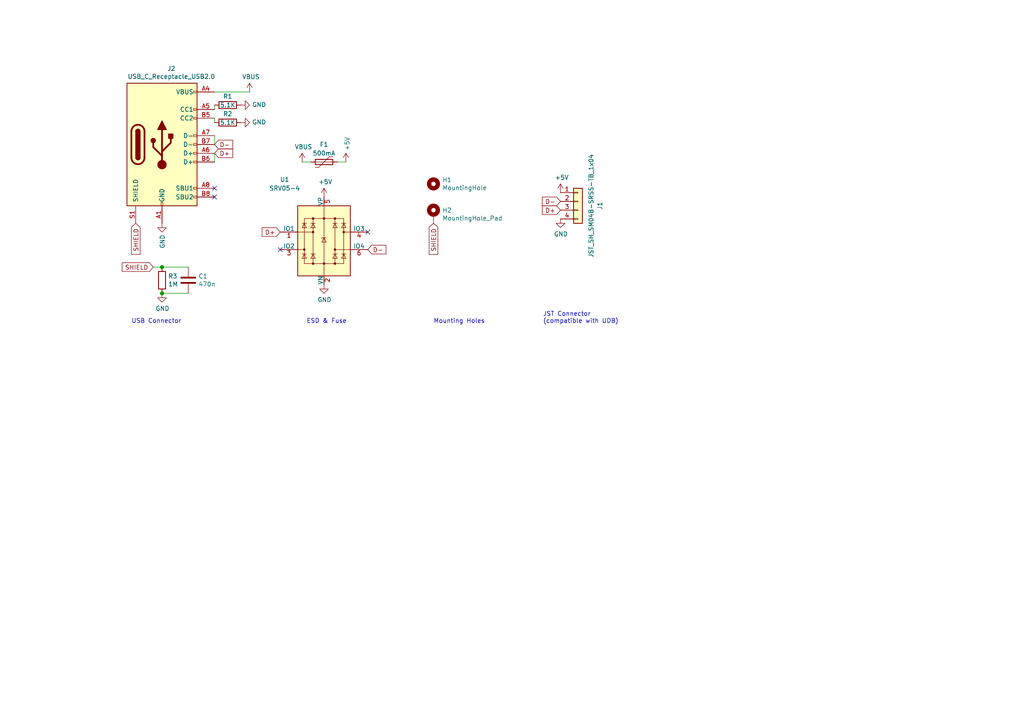
<source format=kicad_sch>
(kicad_sch (version 20211123) (generator eeschema)
  (paper "A4")
  (lib_symbols
    (symbol "Connector:USB_C_Receptacle_USB2.0" (pin_names (offset 1.016))
      (property "Reference" "J" (at -10.16 19.05 0))
      (property "Value" "USB_C_Receptacle_USB2.0" (at 19.05 19.05 0))
      (symbol "USB_C_Receptacle_USB2.0_0_0"
        (rectangle (start -0.254 -17.78) (end 0.254 -16.764))
        (rectangle (start 10.16 -14.986) (end 9.144 -15.494))
        (rectangle (start 10.16 -12.446) (end 9.144 -12.954))
        (rectangle (start 10.16 -4.826) (end 9.144 -5.334))
        (rectangle (start 10.16 -2.286) (end 9.144 -2.794))
        (rectangle (start 10.16 0.254) (end 9.144 -0.254))
        (rectangle (start 10.16 2.794) (end 9.144 2.286))
        (rectangle (start 10.16 7.874) (end 9.144 7.366))
        (rectangle (start 10.16 10.414) (end 9.144 9.906))
        (rectangle (start 10.16 15.494) (end 9.144 14.986))
      )
      (symbol "USB_C_Receptacle_USB2.0_0_1"
        (rectangle (start -10.16 17.78) (end 10.16 -17.78) (stroke (width 0.254)) (fill (type background)))
        (arc (start -8.89 -3.81) (mid -6.985 -5.715) (end -5.08 -3.81) (stroke (width 0.508)))
        (arc (start -7.62 -3.81) (mid -6.985 -4.445) (end -6.35 -3.81) (stroke (width 0.254)))
        (arc (start -7.62 -3.81) (mid -6.985 -4.445) (end -6.35 -3.81) (stroke (width 0.254)) (fill (type outline)))
        (rectangle (start -7.62 -3.81) (end -6.35 3.81) (stroke (width 0.254)) (fill (type outline)))
        (arc (start -6.35 3.81) (mid -6.985 4.445) (end -7.62 3.81) (stroke (width 0.254)))
        (arc (start -6.35 3.81) (mid -6.985 4.445) (end -7.62 3.81) (stroke (width 0.254)) (fill (type outline)))
        (arc (start -5.08 3.81) (mid -6.985 5.715) (end -8.89 3.81) (stroke (width 0.508)))
        (circle (center -2.54 1.143) (radius 0.635) (stroke (width 0.254)) (fill (type outline)))
        (circle (center 0 -5.842) (radius 1.27) (fill (type outline)))
        (polyline (pts (xy -8.89 -3.81) (xy -8.89 3.81)) (stroke (width 0.508)))
        (polyline (pts (xy -5.08 3.81) (xy -5.08 -3.81)) (stroke (width 0.508)))
        (polyline (pts (xy 0 -5.842) (xy 0 4.318)) (stroke (width 0.508)))
        (polyline (pts (xy 0 -3.302) (xy -2.54 -0.762) (xy -2.54 0.508)) (stroke (width 0.508)))
        (polyline (pts (xy 0 -2.032) (xy 2.54 0.508) (xy 2.54 1.778)) (stroke (width 0.508)))
        (polyline (pts (xy -1.27 4.318) (xy 0 6.858) (xy 1.27 4.318) (xy -1.27 4.318)) (stroke (width 0.254)) (fill (type outline)))
        (rectangle (start 1.905 1.778) (end 3.175 3.048) (stroke (width 0.254)) (fill (type outline)))
      )
      (symbol "USB_C_Receptacle_USB2.0_1_1"
        (pin passive line (at 0 -22.86 90) (length 5.08) (name "GND") (number "A1"))
        (pin passive line (at 0 -22.86 90) (length 5.08) hide (name "GND") (number "A12"))
        (pin passive line (at 15.24 15.24 180) (length 5.08) (name "VBUS") (number "A4"))
        (pin bidirectional line (at 15.24 10.16 180) (length 5.08) (name "CC1") (number "A5"))
        (pin bidirectional line (at 15.24 -2.54 180) (length 5.08) (name "D+") (number "A6"))
        (pin bidirectional line (at 15.24 2.54 180) (length 5.08) (name "D-") (number "A7"))
        (pin bidirectional line (at 15.24 -12.7 180) (length 5.08) (name "SBU1") (number "A8"))
        (pin passive line (at 15.24 15.24 180) (length 5.08) hide (name "VBUS") (number "A9"))
        (pin passive line (at 0 -22.86 90) (length 5.08) hide (name "GND") (number "B1"))
        (pin passive line (at 0 -22.86 90) (length 5.08) hide (name "GND") (number "B12"))
        (pin passive line (at 15.24 15.24 180) (length 5.08) hide (name "VBUS") (number "B4"))
        (pin bidirectional line (at 15.24 7.62 180) (length 5.08) (name "CC2") (number "B5"))
        (pin bidirectional line (at 15.24 -5.08 180) (length 5.08) (name "D+") (number "B6"))
        (pin bidirectional line (at 15.24 0 180) (length 5.08) (name "D-") (number "B7"))
        (pin bidirectional line (at 15.24 -15.24 180) (length 5.08) (name "SBU2") (number "B8"))
        (pin passive line (at 15.24 15.24 180) (length 5.08) hide (name "VBUS") (number "B9"))
        (pin passive line (at -7.62 -22.86 90) (length 5.08) (name "SHIELD") (number "S1"))
      )
    )
    (symbol "Connector_Generic:Conn_01x04" (pin_names (offset 1.016) hide)
      (property "Reference" "J" (at 0 5.08 0))
      (property "Value" "Conn_01x04" (at 0 -7.62 0))
      (symbol "Conn_01x04_1_1"
        (rectangle (start -1.27 -4.953) (end 0 -5.207) (stroke (width 0.1524)))
        (rectangle (start -1.27 -2.413) (end 0 -2.667) (stroke (width 0.1524)))
        (rectangle (start -1.27 0.127) (end 0 -0.127) (stroke (width 0.1524)))
        (rectangle (start -1.27 2.667) (end 0 2.413) (stroke (width 0.1524)))
        (rectangle (start -1.27 3.81) (end 1.27 -6.35) (stroke (width 0.254)) (fill (type background)))
        (pin passive line (at -5.08 2.54 0) (length 3.81) (name "Pin_1") (number "1"))
        (pin passive line (at -5.08 0 0) (length 3.81) (name "Pin_2") (number "2"))
        (pin passive line (at -5.08 -2.54 0) (length 3.81) (name "Pin_3") (number "3"))
        (pin passive line (at -5.08 -5.08 0) (length 3.81) (name "Pin_4") (number "4"))
      )
    )
    (symbol "Device:C" (pin_numbers hide) (pin_names (offset 0.254))
      (property "Reference" "C" (at 0.635 2.54 0))
      (property "Value" "C" (at 0.635 -2.54 0))
      (symbol "C_0_1"
        (polyline (pts (xy -2.032 -0.762) (xy 2.032 -0.762)) (stroke (width 0.508)))
        (polyline (pts (xy -2.032 0.762) (xy 2.032 0.762)) (stroke (width 0.508)))
      )
      (symbol "C_1_1"
        (pin passive line (at 0 3.81 270) (length 2.794) (name "~") (number "1"))
        (pin passive line (at 0 -3.81 90) (length 2.794) (name "~") (number "2"))
      )
    )
    (symbol "Device:Polyfuse" (pin_numbers hide) (pin_names (offset 0))
      (property "Reference" "F" (at -2.54 0 90))
      (property "Value" "Polyfuse" (at 2.54 0 90))
      (symbol "Polyfuse_0_1"
        (rectangle (start -0.762 2.54) (end 0.762 -2.54) (stroke (width 0.254)))
        (polyline (pts (xy 0 2.54) (xy 0 -2.54)))
        (polyline (pts (xy -1.524 2.54) (xy -1.524 1.524) (xy 1.524 -1.524) (xy 1.524 -2.54)))
      )
      (symbol "Polyfuse_1_1"
        (pin passive line (at 0 3.81 270) (length 1.27) (name "~") (number "1"))
        (pin passive line (at 0 -3.81 90) (length 1.27) (name "~") (number "2"))
      )
    )
    (symbol "Device:R" (pin_numbers hide) (pin_names (offset 0))
      (property "Reference" "R" (at 2.032 0 90))
      (property "Value" "R" (at 0 0 90))
      (symbol "R_0_1"
        (rectangle (start -1.016 -2.54) (end 1.016 2.54) (stroke (width 0.254)))
      )
      (symbol "R_1_1"
        (pin passive line (at 0 3.81 270) (length 1.27) (name "~") (number "1"))
        (pin passive line (at 0 -3.81 90) (length 1.27) (name "~") (number "2"))
      )
    )
    (symbol "Mechanical:MountingHole" (pin_names (offset 1.016))
      (property "Reference" "H" (at 0 5.08 0))
      (property "Value" "MountingHole" (at 0 3.175 0))
      (symbol "MountingHole_0_1"
        (circle (center 0 0) (radius 1.27) (stroke (width 1.27)))
      )
    )
    (symbol "Mechanical:MountingHole_Pad" (pin_numbers hide) (pin_names (offset 1.016) hide)
      (property "Reference" "H" (at 0 6.35 0))
      (property "Value" "MountingHole_Pad" (at 0 4.445 0))
      (symbol "MountingHole_Pad_0_1"
        (circle (center 0 1.27) (radius 1.27) (stroke (width 1.27)))
      )
      (symbol "MountingHole_Pad_1_1"
        (pin input line (at 0 -2.54 90) (length 2.54) (name "1") (number "1"))
      )
    )
    (symbol "Power_Protection:SRV05-4" (pin_names (offset 0))
      (property "Reference" "U" (at -5.08 11.43 0))
      (property "Value" "SRV05-4" (at 2.54 11.43 0))
      (symbol "SRV05-4_0_0"
        (rectangle (start -5.715 6.477) (end 5.715 -6.604))
        (polyline (pts (xy -3.175 -6.604) (xy -3.175 6.477)))
        (polyline (pts (xy 3.175 6.477) (xy 3.175 -6.604)))
      )
      (symbol "SRV05-4_0_1"
        (rectangle (start -7.62 10.16) (end 7.62 -10.16) (stroke (width 0.254)) (fill (type background)))
        (circle (center -5.715 -2.54) (radius 0.2794) (fill (type outline)))
        (circle (center -3.175 -6.604) (radius 0.2794) (fill (type outline)))
        (circle (center -3.175 2.54) (radius 0.2794) (fill (type outline)))
        (circle (center -3.175 6.477) (radius 0.2794) (fill (type outline)))
        (circle (center 0 -6.604) (radius 0.2794) (fill (type outline)))
        (polyline (pts (xy -7.747 2.54) (xy -3.175 2.54)))
        (polyline (pts (xy -7.62 -2.54) (xy -5.715 -2.54)))
        (polyline (pts (xy -5.08 -3.81) (xy -6.35 -3.81)))
        (polyline (pts (xy -5.08 5.08) (xy -6.35 5.08)))
        (polyline (pts (xy -2.54 -3.81) (xy -3.81 -3.81)))
        (polyline (pts (xy -2.54 5.08) (xy -3.81 5.08)))
        (polyline (pts (xy 0 10.16) (xy 0 -10.16)))
        (polyline (pts (xy 3.81 -3.81) (xy 2.54 -3.81)))
        (polyline (pts (xy 3.81 5.08) (xy 2.54 5.08)))
        (polyline (pts (xy 6.35 -3.81) (xy 5.08 -3.81)))
        (polyline (pts (xy 6.35 5.08) (xy 5.08 5.08)))
        (polyline (pts (xy 7.62 -2.54) (xy 3.175 -2.54)))
        (polyline (pts (xy 7.62 2.54) (xy 5.715 2.54)))
        (polyline (pts (xy 0.635 0.889) (xy -0.635 0.889) (xy -0.635 0.635)))
        (polyline (pts (xy -5.08 -5.08) (xy -6.35 -5.08) (xy -5.715 -3.81) (xy -5.08 -5.08)))
        (polyline (pts (xy -5.08 3.81) (xy -6.35 3.81) (xy -5.715 5.08) (xy -5.08 3.81)))
        (polyline (pts (xy -2.54 -5.08) (xy -3.81 -5.08) (xy -3.175 -3.81) (xy -2.54 -5.08)))
        (polyline (pts (xy -2.54 3.81) (xy -3.81 3.81) (xy -3.175 5.08) (xy -2.54 3.81)))
        (polyline (pts (xy 0.635 -0.381) (xy -0.635 -0.381) (xy 0 0.889) (xy 0.635 -0.381)))
        (polyline (pts (xy 3.81 -5.08) (xy 2.54 -5.08) (xy 3.175 -3.81) (xy 3.81 -5.08)))
        (polyline (pts (xy 3.81 3.81) (xy 2.54 3.81) (xy 3.175 5.08) (xy 3.81 3.81)))
        (polyline (pts (xy 6.35 -5.08) (xy 5.08 -5.08) (xy 5.715 -3.81) (xy 6.35 -5.08)))
        (polyline (pts (xy 6.35 3.81) (xy 5.08 3.81) (xy 5.715 5.08) (xy 6.35 3.81)))
        (circle (center 0 6.477) (radius 0.2794) (fill (type outline)))
        (circle (center 3.175 -6.604) (radius 0.2794) (fill (type outline)))
        (circle (center 3.175 -2.54) (radius 0.2794) (fill (type outline)))
        (circle (center 3.175 6.477) (radius 0.2794) (fill (type outline)))
        (circle (center 5.715 2.54) (radius 0.2794) (fill (type outline)))
      )
      (symbol "SRV05-4_1_1"
        (pin passive line (at -12.7 2.54 0) (length 5.08) (name "IO1") (number "1"))
        (pin passive line (at 0 -12.7 90) (length 2.54) (name "VN") (number "2"))
        (pin passive line (at -12.7 -2.54 0) (length 5.08) (name "IO2") (number "3"))
        (pin passive line (at 12.7 2.54 180) (length 5.08) (name "IO3") (number "4"))
        (pin passive line (at 0 12.7 270) (length 2.54) (name "VP") (number "5"))
        (pin passive line (at 12.7 -2.54 180) (length 5.08) (name "IO4") (number "6"))
      )
    )
    (symbol "power:+5V" (power) (pin_names (offset 0))
      (property "Value" "+5V" (at 0 3.556 0))
      (symbol "+5V_0_1"
        (polyline (pts (xy -0.762 1.27) (xy 0 2.54)))
        (polyline (pts (xy 0 0) (xy 0 2.54)))
        (polyline (pts (xy 0 2.54) (xy 0.762 1.27)))
      )
      (symbol "+5V_1_1"
        (pin power_in line (at 0 0 90) (length 0) hide (name "+5V") (number "1"))
      )
    )
    (symbol "power:GND" (power) (pin_names (offset 0))
      (property "Value" "GND" (at 0 -3.81 0))
      (symbol "GND_0_1"
        (polyline (pts (xy 0 0) (xy 0 -1.27) (xy 1.27 -1.27) (xy 0 -2.54) (xy -1.27 -1.27) (xy 0 -1.27)))
      )
      (symbol "GND_1_1"
        (pin power_in line (at 0 0 270) (length 0) hide (name "GND") (number "1"))
      )
    )
    (symbol "power:VBUS" (power) (pin_names (offset 0))
      (property "Value" "VBUS" (at 0 3.81 0))
      (symbol "VBUS_0_1"
        (polyline (pts (xy -0.762 1.27) (xy 0 2.54)))
        (polyline (pts (xy 0 0) (xy 0 2.54)))
        (polyline (pts (xy 0 2.54) (xy 0.762 1.27)))
      )
      (symbol "VBUS_1_1"
        (pin power_in line (at 0 0 90) (length 0) hide (name "VBUS") (number "1"))
      )
    )
  )
  (junction (at 46.99 85.09) (diameter 1.016))
  (junction (at 46.99 77.47) (diameter 1.016))
  (no_connect (at 62.23 54.61))
  (no_connect (at 106.68 67.31))
  (no_connect (at 81.28 72.39))
  (no_connect (at 62.23 57.15))
  (wire (pts (xy 44.45 77.47) (xy 46.99 77.47)))
  (wire (pts (xy 46.99 85.09) (xy 54.61 85.09)))
  (wire (pts (xy 72.39 26.67) (xy 62.23 26.67)))
  (wire (pts (xy 62.23 46.99) (xy 62.23 44.45)))
  (wire (pts (xy 54.61 77.47) (xy 46.99 77.47)))
  (wire (pts (xy 90.17 46.99) (xy 87.63 46.99)))
  (wire (pts (xy 62.23 31.75) (xy 62.23 30.48)))
  (wire (pts (xy 62.23 39.37) (xy 62.23 41.91)))
  (wire (pts (xy 100.33 46.99) (xy 97.79 46.99)))
  (wire (pts (xy 62.23 35.56) (xy 62.23 34.29)))
  (text "USB Connector" (at 38.1 93.98 0) (effects (font (size 1.27 1.27)) (justify left bottom)))
  (text "JST Connector\n(compatible with UDB)" (at 157.48 93.98 0) (effects (font (size 1.27 1.27)) (justify left bottom)))
  (text "ESD & Fuse" (at 88.9 93.98 0) (effects (font (size 1.27 1.27)) (justify left bottom)))
  (text "Mounting Holes" (at 125.73 93.98 0) (effects (font (size 1.27 1.27)) (justify left bottom)))
  (global_label "D-" (shape input) (at 62.23 41.91 0) (property "Intersheet References" "${INTERSHEET_REFS}" (effects hide)))
  (global_label "D-" (shape input) (at 162.56 58.42 180) (property "Intersheet References" "${INTERSHEET_REFS}" (effects hide)))
  (global_label "SHIELD" (shape input) (at 125.73 64.77 270) (property "Intersheet References" "${INTERSHEET_REFS}" (effects hide)))
  (global_label "D+" (shape input) (at 162.56 60.96 180) (property "Intersheet References" "${INTERSHEET_REFS}" (effects hide)))
  (global_label "SHIELD" (shape input) (at 44.45 77.47 180) (property "Intersheet References" "${INTERSHEET_REFS}" (effects hide)))
  (global_label "D+" (shape input) (at 62.23 44.45 0) (property "Intersheet References" "${INTERSHEET_REFS}" (effects hide)))
  (global_label "SHIELD" (shape input) (at 39.37 64.77 270) (property "Intersheet References" "${INTERSHEET_REFS}" (effects hide)))
  (global_label "D+" (shape input) (at 81.28 67.31 180) (property "Intersheet References" "${INTERSHEET_REFS}" (effects hide)))
  (global_label "D-" (shape input) (at 106.68 72.39 0) (property "Intersheet References" "${INTERSHEET_REFS}" (effects hide)))
  (symbol (lib_id "Power_Protection:SRV05-4") (at 93.98 69.85 0) (unit 1)
    (property "Reference" "U1" (at 82.55 52.07 0))
    (property "Value" "SRV05-4" (at 82.55 54.61 0))
    (property "Footprint" "Package_TO_SOT_SMD:SOT-23-6" (effects hide))
    (property "Datasheet" "http://www.onsemi.com/pub/Collateral/SRV05-4-D.PDF" (effects hide))
    (property "jlc" "C85364" (effects hide))
  )
  (symbol (lib_id "Device:Polyfuse") (at 93.98 46.99 270) (unit 1)
    (property "Reference" "F1" (at 93.98 41.91 90))
    (property "Value" "500mA" (at 93.98 44.45 90))
    (property "Footprint" "Fuse:Fuse_1206_3216Metric" (effects hide))
    (property "jlc" "C70076" (effects hide))
  )
  (symbol (lib_id "Device:R") (at 66.04 30.48 270) (unit 1)
    (property "Reference" "R1" (at 66.04 27.94 90))
    (property "Value" "5.1K" (at 66.04 30.48 90))
    (property "Footprint" "Resistor_SMD:R_0603_1608Metric" (effects hide))
    (property "jlc" "C23186" (effects hide))
  )
  (symbol (lib_id "Device:C") (at 54.61 81.28 0) (unit 1)
    (property "Reference" "C1" (at 57.531 80.1116 0) (effects (justify left)))
    (property "Value" "470n" (at 57.531 82.423 0) (effects (justify left)))
    (property "Footprint" "Capacitor_SMD:C_0805_2012Metric" (effects hide))
    (property "jlc" "C13967" (effects hide))
  )
  (symbol (lib_id "Device:R") (at 46.99 81.28 0) (unit 1)
    (property "Reference" "R3" (at 48.768 80.1116 0) (effects (justify left)))
    (property "Value" "1M" (at 48.768 82.423 0) (effects (justify left)))
    (property "Footprint" "Resistor_SMD:R_1206_3216Metric" (effects hide))
    (property "jlc" "C17927" (effects hide))
  )
  (symbol (lib_id "Device:R") (at 66.04 35.56 270) (unit 1)
    (property "Reference" "R2" (at 66.04 33.02 90))
    (property "Value" "5.1K" (at 66.04 35.56 90))
    (property "Footprint" "Resistor_SMD:R_0603_1608Metric" (effects hide))
    (property "jlc" "C23186" (effects hide))
  )
  (symbol (lib_id "power:GND") (at 69.85 30.48 90) (unit 1)
    (property "Reference" "#PWR05" (effects hide))
    (property "Value" "GND" (at 73.1012 30.353 90) (effects (justify right)))
  )
  (symbol (lib_id "power:GND") (at 69.85 35.56 90) (unit 1)
    (property "Reference" "#PWR07" (effects hide))
    (property "Value" "GND" (at 73.1012 35.433 90) (effects (justify right)))
  )
  (symbol (lib_id "power:VBUS") (at 72.39 26.67 0) (unit 1)
    (property "Reference" "#PWR03" (effects hide))
    (property "Value" "VBUS" (at 72.771 22.2758 0))
  )
  (symbol (lib_id "power:GND") (at 46.99 85.09 0) (unit 1)
    (property "Reference" "#PWR010" (effects hide))
    (property "Value" "GND" (at 47.117 89.4842 0))
  )
  (symbol (lib_id "power:+5V") (at 100.33 46.99 0) (unit 1)
    (property "Reference" "#PWR04" (effects hide))
    (property "Value" "+5V" (at 100.711 43.7388 90) (effects (justify left)))
  )
  (symbol (lib_id "power:+5V") (at 93.98 57.15 0) (unit 1)
    (property "Reference" "#PWR01" (effects hide))
    (property "Value" "+5V" (at 94.361 52.7558 0))
  )
  (symbol (lib_id "power:GND") (at 93.98 82.55 0) (unit 1)
    (property "Reference" "#PWR06" (effects hide))
    (property "Value" "GND" (at 94.107 86.9442 0))
  )
  (symbol (lib_id "Connector_Generic:Conn_01x04") (at 167.64 58.42 0) (unit 1)
    (property "Reference" "J1" (at 173.99 59.69 90))
    (property "Value" "JST_SH_SM04B-SRSS-TB_1x04" (at 171.45 59.69 90))
    (property "Footprint" "Connector_JST:JST_SH_SM04B-SRSS-TB_1x04-1MP_P1.00mm_Horizontal" (effects hide))
  )
  (symbol (lib_id "power:GND") (at 162.56 63.5 0) (unit 1)
    (property "Reference" "#PWR0101" (effects hide))
    (property "Value" "GND" (at 162.687 67.8942 0))
  )
  (symbol (lib_id "power:+5V") (at 162.56 55.88 0) (unit 1)
    (property "Reference" "#PWR0102" (effects hide))
    (property "Value" "+5V" (at 162.941 51.4858 0))
  )
  (symbol (lib_id "power:VBUS") (at 87.63 46.99 0) (unit 1)
    (property "Reference" "#PWR0103" (effects hide))
    (property "Value" "VBUS" (at 88.011 42.5958 0))
  )
  (symbol (lib_id "Mechanical:MountingHole") (at 125.73 53.34 0) (unit 1)
    (property "Reference" "H1" (at 128.27 52.1716 0) (effects (justify left)))
    (property "Value" "MountingHole" (at 128.27 54.483 0) (effects (justify left)))
    (property "Footprint" "MountingHole:MountingHole_2.2mm_M2_DIN965_Pad" (effects hide))
  )
  (symbol (lib_id "Mechanical:MountingHole_Pad") (at 125.73 62.23 0) (unit 1)
    (property "Reference" "H2" (at 128.27 60.9854 0) (effects (justify left)))
    (property "Value" "MountingHole_Pad" (at 128.27 63.2968 0) (effects (justify left)))
    (property "Footprint" "MountingHole:MountingHole_2.2mm_M2_DIN965_Pad" (effects hide))
  )
  (symbol (lib_id "Connector:USB_C_Receptacle_USB2.0") (at 46.99 41.91 0) (unit 1)
    (property "Reference" "J2" (at 49.7078 19.8882 0))
    (property "Value" "USB_C_Receptacle_USB2.0" (at 49.7078 22.1996 0))
    (property "Footprint" "Connector_USB:USB_C_Receptacle_HRO_TYPE-C-31-M-12" (effects hide))
    (property "Datasheet" "https://www.usb.org/sites/default/files/documents/usb_type-c.zip" (effects hide))
  )
  (symbol (lib_id "power:GND") (at 46.99 64.77 0) (unit 1)
    (property "Reference" "#PWR0104" (effects hide))
    (property "Value" "GND" (at 47.117 68.0212 90) (effects (justify right)))
  )
)
</source>
